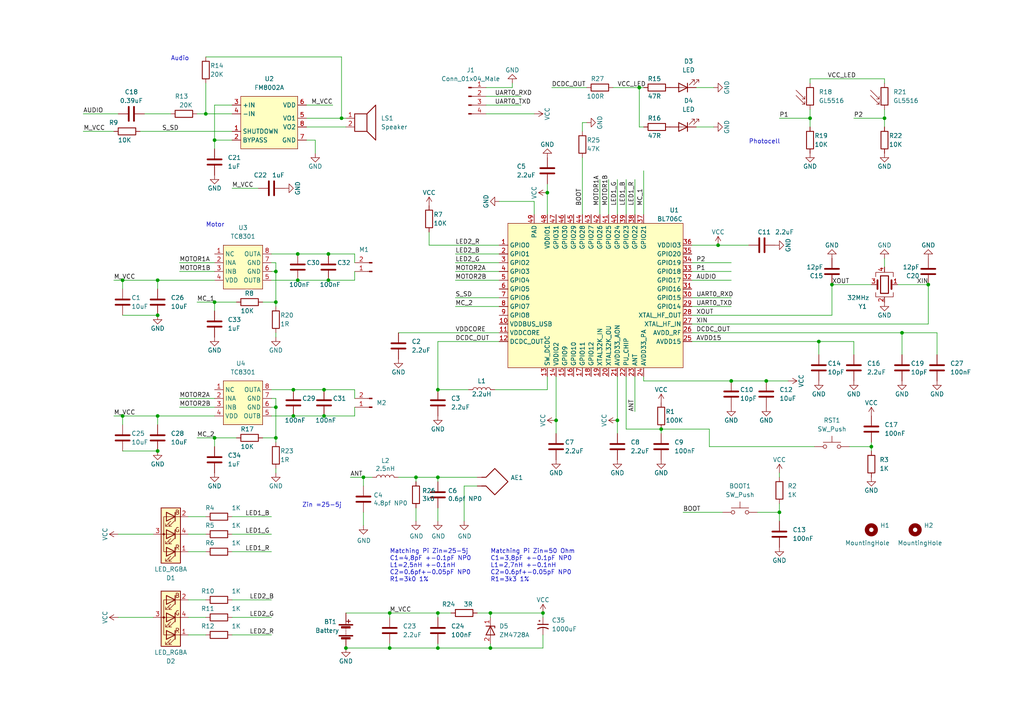
<source format=kicad_sch>
(kicad_sch (version 20211123) (generator eeschema)
  (paper "A4")
  (lib_symbols
    (symbol "BL702 Robot:8002B"
      (property "Reference" "U" (at 0 7.62 0))
      (property "Value" "8002B" (at 0 -11.43 0))
      (symbol "8002B_1_1"
        (pin passive line (at -10.16 -3.81 0) (length 2.54) (name "SHUTDOWN") (number "1"))
        (pin passive line (at -10.16 -6.35 0) (length 2.54) (name "BYPASS") (number "2"))
        (pin passive line (at -10.16 3.81 0) (length 2.54) (name "+IN") (number "3"))
        (pin passive line (at -10.16 1.27 0) (length 2.54) (name "-IN") (number "4"))
        (pin passive line (at 11.43 0 180) (length 2.54) (name "VO1") (number "5"))
        (pin passive line (at 11.43 3.81 180) (length 2.54) (name "VDD") (number "6"))
        (pin passive line (at 11.43 -6.35 180) (length 2.54) (name "GND") (number "7"))
        (pin passive line (at 11.43 -2.54 180) (length 2.54) (name "VO2") (number "8"))
      )
    )
    (symbol "BL706 Robot:TC8301"
      (property "Reference" "U" (at 0 6.35 0))
      (property "Value" "TC8301" (at 0 -8.89 0))
      (symbol "TC8301_1_1"
        (pin passive line (at -7.62 2.54 0) (length 2.54) (name "NC") (number "1"))
        (pin passive line (at -7.62 0 0) (length 2.54) (name "INA") (number "2"))
        (pin passive line (at -7.62 -2.54 0) (length 2.54) (name "INB") (number "3"))
        (pin passive line (at -7.62 -5.08 0) (length 2.54) (name "VDD") (number "4"))
        (pin passive line (at 8.89 -5.08 180) (length 2.54) (name "OUTB") (number "5"))
        (pin passive line (at 8.89 -2.54 180) (length 2.54) (name "GND") (number "6"))
        (pin passive line (at 8.89 0 180) (length 2.54) (name "GND") (number "7"))
        (pin passive line (at 8.89 2.54 180) (length 2.54) (name "OUTA") (number "8"))
      )
    )
    (symbol "BL706_Ethernet:BL706C"
      (property "Reference" "U1" (at 24.13 22.86 0))
      (property "Value" "BL706C" (at 22.86 20.32 0))
      (symbol "BL706C_1_1"
        (pin passive line (at -26.67 12.7 0) (length 2.54) (name "GPIO0") (number "1"))
        (pin passive line (at -26.67 -10.16 0) (length 2.54) (name "VDDBUS_USB") (number "10"))
        (pin passive line (at -26.67 -12.7 0) (length 2.54) (name "VDDCORE") (number "11"))
        (pin passive line (at -26.67 -15.24 0) (length 2.54) (name "DCDC_OUT") (number "12"))
        (pin passive line (at -12.7 -25.4 90) (length 2.54) (name "SW_DCDC") (number "13"))
        (pin passive line (at -10.16 -25.4 90) (length 2.54) (name "VDDIO2") (number "14"))
        (pin passive line (at -7.62 -25.4 90) (length 2.54) (name "GPIO9") (number "15"))
        (pin passive line (at -5.08 -25.4 90) (length 2.54) (name "GPIO10") (number "16"))
        (pin passive line (at -2.54 -25.4 90) (length 2.54) (name "GPIO11") (number "17"))
        (pin passive line (at 0 -25.4 90) (length 2.54) (name "GPIO12") (number "18"))
        (pin passive line (at 2.54 -25.4 90) (length 2.54) (name "XTAL32K_IN") (number "19"))
        (pin passive line (at -26.67 10.16 0) (length 2.54) (name "GPIO1") (number "2"))
        (pin passive line (at 5.08 -25.4 90) (length 2.54) (name "XTAL32K_OU") (number "20"))
        (pin passive line (at 7.62 -25.4 90) (length 2.54) (name "AVDD33_AON") (number "21"))
        (pin passive line (at 10.16 -25.4 90) (length 2.54) (name "PU_CHIP") (number "22"))
        (pin passive line (at 12.7 -25.4 90) (length 2.54) (name "ANT") (number "23"))
        (pin passive line (at 15.24 -25.4 90) (length 2.54) (name "AVDD33_PA") (number "24"))
        (pin passive line (at 29.21 -15.24 180) (length 2.54) (name "AVDD15") (number "25"))
        (pin passive line (at 29.21 -12.7 180) (length 2.54) (name "AVDD_RF") (number "26"))
        (pin passive line (at 29.21 -10.16 180) (length 2.54) (name "XTAL_HF_IN") (number "27"))
        (pin passive line (at 29.21 -7.62 180) (length 2.54) (name "XTAL_HF_OUT") (number "28"))
        (pin passive line (at 29.21 -5.08 180) (length 2.54) (name "GPIO14") (number "29"))
        (pin passive line (at -26.67 7.62 0) (length 2.54) (name "GPIO2") (number "3"))
        (pin passive line (at 29.21 -2.54 180) (length 2.54) (name "GPIO15") (number "30"))
        (pin passive line (at 29.21 0 180) (length 2.54) (name "GPIO16") (number "31"))
        (pin passive line (at 29.21 2.54 180) (length 2.54) (name "GPIO17") (number "32"))
        (pin passive line (at 29.21 5.08 180) (length 2.54) (name "GPIO18") (number "33"))
        (pin passive line (at 29.21 7.62 180) (length 2.54) (name "GPIO19") (number "34"))
        (pin passive line (at 29.21 10.16 180) (length 2.54) (name "GPIO20") (number "35"))
        (pin passive line (at 29.21 12.7 180) (length 2.54) (name "VDDIO3") (number "36"))
        (pin passive line (at 15.24 21.59 270) (length 2.54) (name "GPIO21") (number "37"))
        (pin passive line (at 12.7 21.59 270) (length 2.54) (name "GPIO22") (number "38"))
        (pin passive line (at 10.16 21.59 270) (length 2.54) (name "GPIO23") (number "39"))
        (pin passive line (at -26.67 5.08 0) (length 2.54) (name "GPIO3") (number "4"))
        (pin passive line (at 7.62 21.59 270) (length 2.54) (name "GPIO24") (number "40"))
        (pin passive line (at 5.08 21.59 270) (length 2.54) (name "GPIO25") (number "41"))
        (pin passive line (at 2.54 21.59 270) (length 2.54) (name "GPIO26") (number "42"))
        (pin passive line (at 0 21.59 270) (length 2.54) (name "GPIO27") (number "43"))
        (pin passive line (at -2.54 21.59 270) (length 2.54) (name "GPIO28") (number "44"))
        (pin passive line (at -5.08 21.59 270) (length 2.54) (name "GPIO29") (number "45"))
        (pin passive line (at -7.62 21.59 270) (length 2.54) (name "GPIO30") (number "46"))
        (pin passive line (at -10.16 21.59 270) (length 2.54) (name "GPIO31") (number "47"))
        (pin passive line (at -12.7 21.59 270) (length 2.54) (name "VDDIO1") (number "48"))
        (pin passive line (at -16.51 21.59 270) (length 2.54) (name "PAD") (number "49"))
        (pin passive line (at -26.67 2.54 0) (length 2.54) (name "GPIO4") (number "5"))
        (pin passive line (at -26.67 0 0) (length 2.54) (name "GPIO5") (number "6"))
        (pin passive line (at -26.67 -2.54 0) (length 2.54) (name "GPIO6") (number "7"))
        (pin passive line (at -26.67 -5.08 0) (length 2.54) (name "GPIO7") (number "8"))
        (pin passive line (at -26.67 -7.62 0) (length 2.54) (name "GPIO8") (number "9"))
      )
    )
    (symbol "Connector:Conn_01x02_Male" (pin_names (offset 1.016) hide)
      (property "Reference" "J" (at 0 2.54 0))
      (property "Value" "Conn_01x02_Male" (at 0 -5.08 0))
      (symbol "Conn_01x02_Male_1_1"
        (pin passive line (at 5.08 0 180) (length 3.81) (name "Pin_1") (number "1"))
        (pin passive line (at 5.08 -2.54 180) (length 3.81) (name "Pin_2") (number "2"))
      )
    )
    (symbol "Connector:Conn_01x04_Male" (pin_names (offset 1.016) hide)
      (property "Reference" "J" (at 0 5.08 0))
      (property "Value" "Conn_01x04_Male" (at 0 -7.62 0))
      (symbol "Conn_01x04_Male_1_1"
        (pin passive line (at 5.08 2.54 180) (length 3.81) (name "Pin_1") (number "1"))
        (pin passive line (at 5.08 0 180) (length 3.81) (name "Pin_2") (number "2"))
        (pin passive line (at 5.08 -2.54 180) (length 3.81) (name "Pin_3") (number "3"))
        (pin passive line (at 5.08 -5.08 180) (length 3.81) (name "Pin_4") (number "4"))
      )
    )
    (symbol "Device:Antenna_Loop" (pin_numbers hide) (pin_names (offset 1.016) hide)
      (property "Reference" "AE" (at 1.27 6.35 0))
      (property "Value" "Antenna_Loop" (at 1.27 5.08 0))
      (symbol "Antenna_Loop_1_1"
        (pin input line (at 0 -5.08 90) (length 2.54) (name "~") (number "1"))
        (pin input line (at 2.54 -5.08 90) (length 2.54) (name "~") (number "2"))
      )
    )
    (symbol "Device:Battery" (pin_numbers hide) (pin_names (offset 0) hide)
      (property "Reference" "BT" (at 2.54 2.54 0))
      (property "Value" "Battery" (at 2.54 0 0))
      (symbol "Battery_1_1"
        (pin passive line (at 0 5.08 270) (length 2.54) (name "+") (number "1"))
        (pin passive line (at 0 -5.08 90) (length 2.54) (name "-") (number "2"))
      )
    )
    (symbol "Device:C" (pin_numbers hide) (pin_names (offset 0.254))
      (property "Reference" "C" (at 0.635 2.54 0))
      (property "Value" "C" (at 0.635 -2.54 0))
      (symbol "C_1_1"
        (pin passive line (at 0 3.81 270) (length 2.794) (name "~") (number "1"))
        (pin passive line (at 0 -3.81 90) (length 2.794) (name "~") (number "2"))
      )
    )
    (symbol "Device:C_Polarized_Small_US" (pin_numbers hide) (pin_names (offset 0.254) hide)
      (property "Reference" "C" (at 0.254 1.778 0))
      (property "Value" "C_Polarized_Small_US" (at 0.254 -2.032 0))
      (symbol "C_Polarized_Small_US_1_1"
        (pin passive line (at 0 2.54 270) (length 2.032) (name "~") (number "1"))
        (pin passive line (at 0 -2.54 90) (length 2.032) (name "~") (number "2"))
      )
    )
    (symbol "Device:Crystal_GND24" (pin_names (offset 1.016) hide)
      (property "Reference" "Y" (at 3.175 5.08 0))
      (property "Value" "Crystal_GND24" (at 3.175 3.175 0))
      (symbol "Crystal_GND24_1_1"
        (pin passive line (at -3.81 0 0) (length 1.27) (name "1") (number "1"))
        (pin passive line (at 0 5.08 270) (length 1.27) (name "2") (number "2"))
        (pin passive line (at 3.81 0 180) (length 1.27) (name "3") (number "3"))
        (pin passive line (at 0 -5.08 90) (length 1.27) (name "4") (number "4"))
      )
    )
    (symbol "Device:D_Zener" (pin_names (offset 1.016) hide)
      (property "Reference" "D" (at 0 2.54 0))
      (property "Value" "D_Zener" (at 0 -2.54 0))
      (symbol "D_Zener_1_1"
        (pin passive line (at -3.81 0 0) (length 2.54) (name "K") (number "1"))
        (pin passive line (at 3.81 0 180) (length 2.54) (name "A") (number "2"))
      )
    )
    (symbol "Device:L" (pin_numbers hide) (pin_names (offset 1.016) hide)
      (property "Reference" "L" (at -1.27 0 90))
      (property "Value" "L" (at 1.905 0 90))
      (symbol "L_1_1"
        (pin passive line (at 0 3.81 270) (length 1.27) (name "1") (number "1"))
        (pin passive line (at 0 -3.81 90) (length 1.27) (name "2") (number "2"))
      )
    )
    (symbol "Device:LED" (pin_numbers hide) (pin_names (offset 1.016) hide)
      (property "Reference" "D" (at 0 2.54 0))
      (property "Value" "LED" (at 0 -2.54 0))
      (symbol "LED_1_1"
        (pin passive line (at -3.81 0 0) (length 2.54) (name "K") (number "1"))
        (pin passive line (at 3.81 0 180) (length 2.54) (name "A") (number "2"))
      )
    )
    (symbol "Device:LED_RGBA" (pin_names (offset 0) hide)
      (property "Reference" "D1" (at 0 12.7 0))
      (property "Value" "LED_RGBA" (at 0 10.16 0))
      (symbol "LED_RGBA_0_0"
        (text "B" (at -1.905 -6.35 0) (effects (font (size 1.27 1.27))))
        (text "G" (at -1.905 -1.27 0) (effects (font (size 1.27 1.27))))
        (text "R" (at -1.905 3.81 0) (effects (font (size 1.27 1.27))))
      )
      (symbol "LED_RGBA_1_1"
        (pin passive line (at -5.08 5.08 0) (length 2.54) (name "RK") (number "1"))
        (pin passive line (at -5.08 -5.08 0) (length 2.54) (name "BK") (number "2"))
        (pin passive line (at 5.08 0 180) (length 2.54) (name "A") (number "3"))
        (pin passive line (at -5.08 0 0) (length 2.54) (name "GK") (number "4"))
      )
    )
    (symbol "Device:R" (pin_numbers hide) (pin_names (offset 0))
      (property "Reference" "R" (at 2.032 0 90))
      (property "Value" "R" (at 0 0 90))
      (symbol "R_1_1"
        (pin passive line (at 0 3.81 270) (length 1.27) (name "~") (number "1"))
        (pin passive line (at 0 -3.81 90) (length 1.27) (name "~") (number "2"))
      )
    )
    (symbol "Device:Speaker" (pin_names (offset 0) hide)
      (property "Reference" "LS" (at 1.27 5.715 0))
      (property "Value" "Speaker" (at 1.27 3.81 0))
      (symbol "Speaker_1_1"
        (pin input line (at -5.08 0 0) (length 2.54) (name "1") (number "1"))
        (pin input line (at -5.08 -2.54 0) (length 2.54) (name "2") (number "2"))
      )
    )
    (symbol "Mechanical:MountingHole" (pin_names (offset 1.016))
      (property "Reference" "H" (at 0 5.08 0))
      (property "Value" "MountingHole" (at 0 3.175 0))
    )
    (symbol "Sensor_Optical:A9050" (pin_numbers hide) (pin_names (offset 0))
      (property "Reference" "R" (at -5.08 0 90))
      (property "Value" "A9050" (at 1.905 0 90))
      (symbol "A9050_1_1"
        (pin passive line (at 0 3.81 270) (length 1.27) (name "~") (number "1"))
        (pin passive line (at 0 -3.81 90) (length 1.27) (name "~") (number "2"))
      )
    )
    (symbol "Switch:SW_Push" (pin_numbers hide) (pin_names (offset 1.016) hide)
      (property "Reference" "SW" (at 1.27 2.54 0))
      (property "Value" "SW_Push" (at 0 -1.524 0))
      (symbol "SW_Push_0_1"
        (pin passive line (at -5.08 0 0) (length 2.54) (name "1") (number "1"))
        (pin passive line (at 5.08 0 180) (length 2.54) (name "2") (number "2"))
      )
    )
    (symbol "power:GND" (power) (pin_names (offset 0))
      (property "Value" "GND" (at 0 -3.81 0))
      (symbol "GND_1_1"
        (pin power_in line (at 0 0 270) (length 0) hide (name "GND") (number "1"))
      )
    )
    (symbol "power:VCC" (power) (pin_names (offset 0))
      (property "Value" "VCC" (at 0 3.81 0))
      (symbol "VCC_1_1"
        (pin power_in line (at 0 0 90) (length 0) hide (name "VCC") (number "1"))
      )
    )
  )
  (junction (at 85.09 120.65))
  (junction (at 95.25 73.66))
  (junction (at 127 113.03))
  (junction (at 234.95 34.29))
  (junction (at 45.72 120.65))
  (junction (at 80.01 127))
  (junction (at 191.77 124.46))
  (junction (at 99.06 34.29))
  (junction (at 45.72 130.81))
  (junction (at 113.03 187.96))
  (junction (at 62.23 40.64))
  (junction (at 80.01 118.11))
  (junction (at 252.73 129.54))
  (junction (at 86.36 81.28))
  (junction (at 62.23 87.63))
  (junction (at 127 187.96))
  (junction (at 269.24 82.55))
  (junction (at 127 177.8))
  (junction (at 157.48 177.8))
  (junction (at 100.33 187.96))
  (junction (at 80.01 87.63))
  (junction (at 93.98 113.03))
  (junction (at 226.06 148.59))
  (junction (at 86.36 73.66))
  (junction (at 212.09 110.49))
  (junction (at 142.24 177.8))
  (junction (at 261.62 96.52))
  (junction (at 113.03 177.8))
  (junction (at 62.23 127))
  (junction (at 95.25 81.28))
  (junction (at 85.09 113.03))
  (junction (at 158.75 55.88))
  (junction (at 35.56 120.65))
  (junction (at 93.98 120.65))
  (junction (at 80.01 78.74))
  (junction (at 208.28 71.12))
  (junction (at 179.07 121.92))
  (junction (at 45.72 91.44))
  (junction (at 237.49 99.06))
  (junction (at 45.72 81.28))
  (junction (at 222.25 110.49))
  (junction (at 35.56 81.28))
  (junction (at 241.3 82.55))
  (junction (at 120.65 138.43))
  (junction (at 161.29 121.92))
  (junction (at 105.41 138.43))
  (junction (at 59.69 33.02))
  (junction (at 127 138.43))
  (junction (at 256.54 34.29))
  (junction (at 142.24 187.96))
  (junction (at 185.42 25.4))
  (wire (pts (xy 157.48 184.15) (xy 157.48 187.96)))
  (wire (pts (xy 181.61 109.22) (xy 181.61 124.46)))
  (wire (pts (xy 78.74 120.65) (xy 85.09 120.65)))
  (wire (pts (xy 62.23 87.63) (xy 68.58 87.63)))
  (wire (pts (xy 234.95 34.29) (xy 234.95 31.75)))
  (wire (pts (xy 138.43 140.97) (xy 134.62 140.97)))
  (wire (pts (xy 247.65 99.06) (xy 247.65 102.87)))
  (wire (pts (xy 132.08 76.2) (xy 144.78 76.2)))
  (wire (pts (xy 184.15 52.07) (xy 184.15 62.23)))
  (wire (pts (xy 33.02 81.28) (xy 35.56 81.28)))
  (wire (pts (xy 57.15 33.02) (xy 59.69 33.02)))
  (wire (pts (xy 80.01 76.2) (xy 80.01 78.74)))
  (wire (pts (xy 59.69 33.02) (xy 67.31 33.02)))
  (wire (pts (xy 115.57 96.52) (xy 144.78 96.52)))
  (wire (pts (xy 100.33 187.96) (xy 113.03 187.96)))
  (wire (pts (xy 142.24 177.8) (xy 142.24 179.07)))
  (wire (pts (xy 59.69 179.07) (xy 54.61 179.07)))
  (wire (pts (xy 198.12 148.59) (xy 209.55 148.59)))
  (wire (pts (xy 52.07 76.2) (xy 62.23 76.2)))
  (wire (pts (xy 226.06 148.59) (xy 226.06 151.13)))
  (wire (pts (xy 158.75 55.88) (xy 158.75 62.23)))
  (wire (pts (xy 200.66 91.44) (xy 241.3 91.44)))
  (wire (pts (xy 252.73 128.27) (xy 252.73 129.54)))
  (wire (pts (xy 256.54 22.86) (xy 234.95 22.86)))
  (wire (pts (xy 80.01 78.74) (xy 78.74 78.74)))
  (wire (pts (xy 154.94 62.23) (xy 154.94 58.42)))
  (wire (pts (xy 59.69 24.13) (xy 59.69 33.02)))
  (wire (pts (xy 200.66 78.74) (xy 212.09 78.74)))
  (wire (pts (xy 127 138.43) (xy 127 139.7)))
  (wire (pts (xy 88.9 34.29) (xy 99.06 34.29)))
  (wire (pts (xy 35.56 130.81) (xy 45.72 130.81)))
  (wire (pts (xy 67.31 179.07) (xy 78.74 179.07)))
  (wire (pts (xy 67.31 149.86) (xy 78.74 149.86)))
  (wire (pts (xy 200.66 86.36) (xy 212.09 86.36)))
  (wire (pts (xy 127 99.06) (xy 144.78 99.06)))
  (wire (pts (xy 168.91 35.56) (xy 168.91 38.1)))
  (wire (pts (xy 256.54 74.93) (xy 256.54 77.47)))
  (wire (pts (xy 105.41 140.97) (xy 105.41 138.43)))
  (wire (pts (xy 105.41 138.43) (xy 107.95 138.43)))
  (wire (pts (xy 186.69 62.23) (xy 186.69 49.53)))
  (wire (pts (xy 86.36 81.28) (xy 95.25 81.28)))
  (wire (pts (xy 261.62 96.52) (xy 261.62 102.87)))
  (wire (pts (xy 127 177.8) (xy 127 179.07)))
  (wire (pts (xy 161.29 109.22) (xy 161.29 121.92)))
  (wire (pts (xy 132.08 88.9) (xy 144.78 88.9)))
  (wire (pts (xy 88.9 30.48) (xy 96.52 30.48)))
  (wire (pts (xy 179.07 52.07) (xy 179.07 62.23)))
  (wire (pts (xy 113.03 186.69) (xy 113.03 187.96)))
  (wire (pts (xy 177.8 25.4) (xy 185.42 25.4)))
  (wire (pts (xy 140.97 25.4) (xy 148.59 25.4)))
  (wire (pts (xy 24.13 33.02) (xy 34.29 33.02)))
  (wire (pts (xy 62.23 127) (xy 68.58 127)))
  (wire (pts (xy 102.87 115.57) (xy 102.87 113.03)))
  (wire (pts (xy 100.33 177.8) (xy 113.03 177.8)))
  (wire (pts (xy 59.69 173.99) (xy 54.61 173.99)))
  (wire (pts (xy 269.24 93.98) (xy 269.24 82.55)))
  (wire (pts (xy 179.07 109.22) (xy 179.07 121.92)))
  (wire (pts (xy 154.94 58.42) (xy 144.78 58.42)))
  (wire (pts (xy 52.07 115.57) (xy 62.23 115.57)))
  (wire (pts (xy 247.65 34.29) (xy 256.54 34.29)))
  (wire (pts (xy 85.09 120.65) (xy 93.98 120.65)))
  (wire (pts (xy 191.77 124.46) (xy 191.77 125.73)))
  (wire (pts (xy 78.74 76.2) (xy 80.01 76.2)))
  (wire (pts (xy 113.03 187.96) (xy 127 187.96)))
  (wire (pts (xy 140.97 27.94) (xy 151.13 27.94)))
  (wire (pts (xy 200.66 96.52) (xy 261.62 96.52)))
  (wire (pts (xy 35.56 91.44) (xy 45.72 91.44)))
  (wire (pts (xy 102.87 118.11) (xy 102.87 120.65)))
  (wire (pts (xy 208.28 71.12) (xy 217.17 71.12)))
  (wire (pts (xy 140.97 30.48) (xy 151.13 30.48)))
  (wire (pts (xy 34.29 179.07) (xy 44.45 179.07)))
  (wire (pts (xy 124.46 71.12) (xy 144.78 71.12)))
  (wire (pts (xy 181.61 124.46) (xy 191.77 124.46)))
  (wire (pts (xy 200.66 88.9) (xy 212.09 88.9)))
  (wire (pts (xy 80.01 135.89) (xy 80.01 137.16)))
  (wire (pts (xy 200.66 99.06) (xy 237.49 99.06)))
  (wire (pts (xy 252.73 129.54) (xy 252.73 130.81)))
  (wire (pts (xy 185.42 36.83) (xy 185.42 25.4)))
  (wire (pts (xy 148.59 25.4) (xy 148.59 24.13)))
  (wire (pts (xy 86.36 73.66) (xy 95.25 73.66)))
  (wire (pts (xy 76.2 127) (xy 80.01 127)))
  (wire (pts (xy 157.48 187.96) (xy 142.24 187.96)))
  (wire (pts (xy 124.46 67.31) (xy 124.46 71.12)))
  (wire (pts (xy 113.03 177.8) (xy 127 177.8)))
  (wire (pts (xy 45.72 120.65) (xy 45.72 123.19)))
  (wire (pts (xy 269.24 82.55) (xy 260.35 82.55)))
  (wire (pts (xy 158.75 113.03) (xy 143.51 113.03)))
  (wire (pts (xy 168.91 45.72) (xy 168.91 62.23)))
  (wire (pts (xy 237.49 99.06) (xy 247.65 99.06)))
  (wire (pts (xy 127 113.03) (xy 135.89 113.03)))
  (wire (pts (xy 127 177.8) (xy 130.81 177.8)))
  (wire (pts (xy 67.31 54.61) (xy 74.93 54.61)))
  (wire (pts (xy 226.06 34.29) (xy 234.95 34.29)))
  (wire (pts (xy 186.69 36.83) (xy 185.42 36.83)))
  (wire (pts (xy 24.13 38.1) (xy 33.02 38.1)))
  (wire (pts (xy 80.01 88.9) (xy 80.01 87.63)))
  (wire (pts (xy 88.9 40.64) (xy 91.44 40.64)))
  (wire (pts (xy 176.53 52.07) (xy 176.53 62.23)))
  (wire (pts (xy 78.74 81.28) (xy 86.36 81.28)))
  (wire (pts (xy 105.41 138.43) (xy 101.6 138.43)))
  (wire (pts (xy 271.78 96.52) (xy 271.78 102.87)))
  (wire (pts (xy 113.03 177.8) (xy 113.03 179.07)))
  (wire (pts (xy 205.74 129.54) (xy 205.74 124.46)))
  (wire (pts (xy 57.15 87.63) (xy 62.23 87.63)))
  (wire (pts (xy 45.72 81.28) (xy 45.72 83.82)))
  (wire (pts (xy 200.66 93.98) (xy 269.24 93.98)))
  (wire (pts (xy 52.07 78.74) (xy 62.23 78.74)))
  (wire (pts (xy 80.01 128.27) (xy 80.01 127)))
  (wire (pts (xy 185.42 25.4) (xy 186.69 25.4)))
  (wire (pts (xy 157.48 177.8) (xy 142.24 177.8)))
  (wire (pts (xy 59.69 149.86) (xy 54.61 149.86)))
  (wire (pts (xy 132.08 86.36) (xy 144.78 86.36)))
  (wire (pts (xy 59.69 160.02) (xy 54.61 160.02)))
  (wire (pts (xy 132.08 78.74) (xy 144.78 78.74)))
  (wire (pts (xy 127 138.43) (xy 138.43 138.43)))
  (wire (pts (xy 237.49 99.06) (xy 237.49 102.87)))
  (wire (pts (xy 67.31 160.02) (xy 78.74 160.02)))
  (wire (pts (xy 80.01 96.52) (xy 80.01 97.79)))
  (wire (pts (xy 80.01 118.11) (xy 78.74 118.11)))
  (wire (pts (xy 222.25 110.49) (xy 228.6 110.49)))
  (wire (pts (xy 67.31 173.99) (xy 78.74 173.99)))
  (wire (pts (xy 252.73 82.55) (xy 241.3 82.55)))
  (wire (pts (xy 142.24 186.69) (xy 142.24 187.96)))
  (wire (pts (xy 132.08 73.66) (xy 144.78 73.66)))
  (wire (pts (xy 158.75 109.22) (xy 158.75 113.03)))
  (wire (pts (xy 35.56 123.19) (xy 35.56 120.65)))
  (wire (pts (xy 99.06 34.29) (xy 100.33 34.29)))
  (wire (pts (xy 62.23 40.64) (xy 62.23 43.18)))
  (wire (pts (xy 134.62 140.97) (xy 134.62 151.13)))
  (wire (pts (xy 181.61 52.07) (xy 181.61 62.23)))
  (wire (pts (xy 142.24 187.96) (xy 127 187.96)))
  (wire (pts (xy 200.66 81.28) (xy 212.09 81.28)))
  (wire (pts (xy 186.69 110.49) (xy 186.69 109.22)))
  (wire (pts (xy 62.23 127) (xy 62.23 129.54)))
  (wire (pts (xy 173.99 52.07) (xy 173.99 62.23)))
  (wire (pts (xy 34.29 154.94) (xy 44.45 154.94)))
  (wire (pts (xy 102.87 81.28) (xy 102.87 78.74)))
  (wire (pts (xy 41.91 33.02) (xy 49.53 33.02)))
  (wire (pts (xy 59.69 184.15) (xy 54.61 184.15)))
  (wire (pts (xy 120.65 151.13) (xy 120.65 147.32)))
  (wire (pts (xy 234.95 36.83) (xy 234.95 34.29)))
  (wire (pts (xy 80.01 78.74) (xy 80.01 87.63)))
  (wire (pts (xy 33.02 120.65) (xy 35.56 120.65)))
  (wire (pts (xy 78.74 73.66) (xy 86.36 73.66)))
  (wire (pts (xy 102.87 73.66) (xy 102.87 76.2)))
  (wire (pts (xy 226.06 146.05) (xy 226.06 148.59)))
  (wire (pts (xy 256.54 36.83) (xy 256.54 34.29)))
  (wire (pts (xy 93.98 113.03) (xy 102.87 113.03)))
  (wire (pts (xy 40.64 38.1) (xy 67.31 38.1)))
  (wire (pts (xy 127 138.43) (xy 120.65 138.43)))
  (wire (pts (xy 184.15 109.22) (xy 184.15 119.38)))
  (wire (pts (xy 157.48 179.07) (xy 157.48 177.8)))
  (wire (pts (xy 91.44 40.64) (xy 91.44 44.45)))
  (wire (pts (xy 212.09 110.49) (xy 222.25 110.49)))
  (wire (pts (xy 99.06 16.51) (xy 59.69 16.51)))
  (wire (pts (xy 35.56 81.28) (xy 45.72 81.28)))
  (wire (pts (xy 127 99.06) (xy 127 113.03)))
  (wire (pts (xy 88.9 36.83) (xy 100.33 36.83)))
  (wire (pts (xy 132.08 81.28) (xy 144.78 81.28)))
  (wire (pts (xy 241.3 91.44) (xy 241.3 82.55)))
  (wire (pts (xy 95.25 81.28) (xy 102.87 81.28)))
  (wire (pts (xy 67.31 184.15) (xy 78.74 184.15)))
  (wire (pts (xy 127 187.96) (xy 127 186.69)))
  (wire (pts (xy 261.62 96.52) (xy 271.78 96.52)))
  (wire (pts (xy 186.69 110.49) (xy 212.09 110.49)))
  (wire (pts (xy 207.01 25.4) (xy 201.93 25.4)))
  (wire (pts (xy 120.65 138.43) (xy 120.65 139.7)))
  (wire (pts (xy 246.38 129.54) (xy 252.73 129.54)))
  (wire (pts (xy 207.01 36.83) (xy 201.93 36.83)))
  (wire (pts (xy 99.06 34.29) (xy 99.06 16.51)))
  (wire (pts (xy 170.18 35.56) (xy 168.91 35.56)))
  (wire (pts (xy 45.72 120.65) (xy 62.23 120.65)))
  (wire (pts (xy 127 151.13) (xy 127 147.32)))
  (wire (pts (xy 256.54 34.29) (xy 256.54 31.75)))
  (wire (pts (xy 160.02 25.4) (xy 170.18 25.4)))
  (wire (pts (xy 67.31 30.48) (xy 62.23 30.48)))
  (wire (pts (xy 219.71 148.59) (xy 226.06 148.59)))
  (wire (pts (xy 78.74 113.03) (xy 85.09 113.03)))
  (wire (pts (xy 93.98 120.65) (xy 102.87 120.65)))
  (wire (pts (xy 35.56 83.82) (xy 35.56 81.28)))
  (wire (pts (xy 52.07 118.11) (xy 62.23 118.11)))
  (wire (pts (xy 85.09 113.03) (xy 93.98 113.03)))
  (wire (pts (xy 67.31 154.94) (xy 78.74 154.94)))
  (wire (pts (xy 57.15 127) (xy 62.23 127)))
  (wire (pts (xy 158.75 53.34) (xy 158.75 55.88)))
  (wire (pts (xy 62.23 40.64) (xy 67.31 40.64)))
  (wire (pts (xy 76.2 87.63) (xy 80.01 87.63)))
  (wire (pts (xy 78.74 115.57) (xy 80.01 115.57)))
  (wire (pts (xy 256.54 24.13) (xy 256.54 22.86)))
  (wire (pts (xy 80.01 115.57) (xy 80.01 118.11)))
  (wire (pts (xy 35.56 120.65) (xy 45.72 120.65)))
  (wire (pts (xy 120.65 138.43) (xy 115.57 138.43)))
  (wire (pts (xy 161.29 121.92) (xy 161.29 125.73)))
  (wire (pts (xy 200.66 71.12) (xy 208.28 71.12)))
  (wire (pts (xy 205.74 124.46) (xy 191.77 124.46)))
  (wire (pts (xy 200.66 76.2) (xy 212.09 76.2)))
  (wire (pts (xy 80.01 118.11) (xy 80.01 127)))
  (wire (pts (xy 59.69 154.94) (xy 54.61 154.94)))
  (wire (pts (xy 138.43 177.8) (xy 142.24 177.8)))
  (wire (pts (xy 105.41 152.4) (xy 105.41 148.59)))
  (wire (pts (xy 62.23 87.63) (xy 62.23 90.17)))
  (wire (pts (xy 226.06 137.16) (xy 226.06 138.43)))
  (wire (pts (xy 154.94 33.02) (xy 140.97 33.02)))
  (wire (pts (xy 234.95 22.86) (xy 234.95 24.13)))
  (wire (pts (xy 205.74 129.54) (xy 236.22 129.54)))
  (wire (pts (xy 62.23 30.48) (xy 62.23 40.64)))
  (wire (pts (xy 45.72 81.28) (xy 62.23 81.28)))
  (wire (pts (xy 179.07 121.92) (xy 179.07 125.73)))
  (wire (pts (xy 95.25 73.66) (xy 102.87 73.66)))
  (text "Photocell" (at 217.17 41.91 0) (effects (font (size 1.27 1.27)) (justify left bottom)))
  (text "Zin =25-5j" (at 87.63 147.32 0) (effects (font (size 1.27 1.27)) (justify left bottom)))
  (text "Matching Pi Zin=25-5j\nC1=4,8pF +-0.1pF NP0\nL1=2,5nH +-0.1nH\nC2=0.6pf+-0.05pF NP0\nR1=3k0 1%" (at 113.03 168.91 0) (effects (font (size 1.27 1.27)) (justify left bottom)))
  (text "Audio" (at 49.53 17.78 0) (effects (font (size 1.27 1.27)) (justify left bottom)))
  (text "Motor" (at 59.69 66.04 0) (effects (font (size 1.27 1.27)) (justify left bottom)))
  (text "Matching Pi Zin=50 Ohm\nC1=3,8pF +-0.1pF NP0\nL1=2,7nH +-0.1nH\nC2=0.6pf+-0.05pF NP0\nR1=3k3 1%" (at 142.24 168.91 0) (effects (font (size 1.27 1.27)) (justify left bottom)))
  (label "ANT" (at 101.6 138.43 0))
  (label "MOTOR1B" (at 52.07 78.74 0))
  (label "MC_1" (at 57.15 87.63 0))
  (label "LED1_G" (at 179.07 59.69 90))
  (label "M_VCC" (at 96.52 30.48 180))
  (label "MOTOR2A" (at 52.07 115.57 0))
  (label "UART0_TXD" (at 201.93 88.9 0))
  (label "P1" (at 226.06 34.29 0))
  (label "LED2_B" (at 72.39 173.99 0))
  (label "MOTOR1B" (at 176.53 59.69 90))
  (label "LED2_G" (at 132.08 76.2 0))
  (label "UART0_RXD" (at 201.93 86.36 0))
  (label "M_VCC" (at 113.03 177.8 0))
  (label "MOTOR2A" (at 132.08 78.74 0))
  (label "P2" (at 201.93 76.2 0))
  (label "LED1_R" (at 184.15 59.69 90))
  (label "M_VCC" (at 33.02 120.65 0))
  (label "AUDIO" (at 24.13 33.02 0))
  (label "M_VCC" (at 33.02 81.28 0))
  (label "LED2_B" (at 132.08 73.66 0))
  (label "M_VCC" (at 67.31 54.61 0))
  (label "MC_2" (at 57.15 127 0))
  (label "AVDD15" (at 201.93 99.06 0))
  (label "P2" (at 247.65 34.29 0))
  (label "ANT" (at 184.15 119.38 90))
  (label "MC_1" (at 186.69 59.69 90))
  (label "XIN" (at 269.24 82.55 180))
  (label "UART0_TXD" (at 143.51 30.48 0))
  (label "VCC_LED" (at 240.03 22.86 0))
  (label "VCC_LED" (at 179.07 25.4 0))
  (label "MOTOR1A" (at 52.07 76.2 0))
  (label "MOTOR2B" (at 52.07 118.11 0))
  (label "DCDC_OUT" (at 132.08 99.06 0))
  (label "BOOT" (at 198.12 148.59 0))
  (label "MC_2" (at 132.08 88.9 0))
  (label "S_SD" (at 132.08 86.36 0))
  (label "LED2_R" (at 72.39 184.15 0))
  (label "LED1_B" (at 71.12 149.86 0))
  (label "MOTOR1A" (at 173.99 59.69 90))
  (label "UART0_RXD" (at 143.51 27.94 0))
  (label "LED1_R" (at 71.12 160.02 0))
  (label "M_VCC" (at 30.48 38.1 180))
  (label "S_SD" (at 46.99 38.1 0))
  (label "VDDCORE" (at 132.08 96.52 0))
  (label "P1" (at 201.93 78.74 0))
  (label "XIN" (at 201.93 93.98 0))
  (label "XOUT" (at 246.38 82.55 180))
  (label "MOTOR2B" (at 132.08 81.28 0))
  (label "LED1_B" (at 181.61 59.69 90))
  (label "LED2_R" (at 132.08 71.12 0))
  (label "DCDC_OUT" (at 201.93 96.52 0))
  (label "LED1_G" (at 71.12 154.94 0))
  (label "BOOT" (at 168.91 59.69 90))
  (label "DCDC_OUT" (at 160.02 25.4 0))
  (label "LED2_G" (at 72.39 179.07 0))
  (label "XOUT" (at 201.93 91.44 0))
  (label "AUDIO" (at 201.93 81.28 0))
  (symbol (lib_id "Device:C") (at 237.49 106.68 0) (unit 1)
    (property "Reference" "C14" (at 240.03 105.41 0) (effects (justify left)))
    (property "Value" "10pF" (at 240.03 107.95 0) (effects (justify left)))
    (property "Footprint" "Capacitor_SMD:C_0402_1005Metric" (effects hide))
    (property "LCSC PN" "C32949" (effects hide))
  )
  (symbol (lib_id "power:GND") (at 224.79 71.12 90) (unit 1)
    (property "Reference" "#PWR033" (effects hide))
    (property "Value" "GND" (at 228.6 71.12 0))
  )
  (symbol (lib_id "Sensor_Optical:A9050") (at 256.54 27.94 0) (unit 1)
    (property "Reference" "R21" (at 259.08 26.6699 0) (effects (justify left)))
    (property "Value" "GL5516" (at 259.08 29.2099 0) (effects (justify left)))
    (property "Footprint" "OptoDevice:R_LDR_5.0x4.1mm_P3mm_Vertical" (effects hide))
    (property "Datasheet" "http://cdn-reichelt.de/documents/datenblatt/A500/A90xxxx%23PE.pdf" (effects hide))
  )
  (symbol (lib_id "power:GND") (at 191.77 133.35 0) (unit 1)
    (property "Reference" "#PWR028" (effects hide))
    (property "Value" "GND" (at 191.77 137.16 0))
  )
  (symbol (lib_id "power:GND") (at 161.29 133.35 0) (unit 1)
    (property "Reference" "#PWR020" (effects hide))
    (property "Value" "GND" (at 161.29 137.16 0))
  )
  (symbol (lib_id "Device:R") (at 63.5 184.15 90) (unit 1)
    (property "Reference" "R12" (at 62.23 181.61 90) (effects (justify left)))
    (property "Value" "1K" (at 69.85 181.61 90) (effects (justify left)))
    (property "Footprint" "Resistor_SMD:R_0402_1005Metric" (effects hide))
    (property "LCSC PN" "C11702" (effects hide))
  )
  (symbol (lib_id "BL702 Robot:8002B") (at 77.47 34.29 0) (unit 1)
    (property "Reference" "U2" (at 78.105 22.86 0))
    (property "Value" "FM8002A" (at 78.105 25.4 0))
    (property "Footprint" "Package_SO:SOP-8_3.9x4.9mm_P1.27mm" (effects hide))
    (property "LCSC" "C94625" (effects hide))
  )
  (symbol (lib_id "Device:C") (at 220.98 71.12 270) (unit 1)
    (property "Reference" "C11" (at 219.71 67.31 90) (effects (justify left)))
    (property "Value" "2.2uF" (at 224.79 67.31 90) (effects (justify left)))
    (property "Footprint" "Capacitor_SMD:C_0402_1005Metric" (effects hide))
    (property "LCSC PN" "C12530" (effects hide))
  )
  (symbol (lib_id "power:GND") (at 207.01 36.83 90) (unit 1)
    (property "Reference" "#PWR040" (effects hide))
    (property "Value" "GND" (at 210.82 36.83 0))
  )
  (symbol (lib_id "Device:R") (at 36.83 38.1 90) (unit 1)
    (property "Reference" "R9" (at 34.29 35.56 90) (effects (justify left)))
    (property "Value" "10K" (at 38.1 40.64 90) (effects (justify left)))
    (property "Footprint" "Resistor_SMD:R_0402_1005Metric" (effects hide))
    (property "LCSC PN" "C25744" (effects hide))
  )
  (symbol (lib_id "Device:R") (at 63.5 154.94 90) (unit 1)
    (property "Reference" "R5" (at 62.23 152.4 90) (effects (justify left)))
    (property "Value" "1K" (at 69.85 152.4 90) (effects (justify left)))
    (property "Footprint" "Resistor_SMD:R_0402_1005Metric" (effects hide))
    (property "LCSC PN" "C11702" (effects hide))
  )
  (symbol (lib_id "Device:R") (at 234.95 40.64 0) (unit 1)
    (property "Reference" "R19" (at 236.22 39.37 0) (effects (justify left)))
    (property "Value" "10K" (at 236.22 41.91 0) (effects (justify left)))
    (property "Footprint" "Resistor_SMD:R_0402_1005Metric" (effects hide))
    (property "LCSC PN" "C25744" (effects hide))
  )
  (symbol (lib_id "Device:R") (at 134.62 177.8 90) (unit 1)
    (property "Reference" "R24" (at 132.08 175.26 90) (effects (justify left)))
    (property "Value" "3R" (at 137.16 175.26 90) (effects (justify left)))
    (property "Footprint" "Resistor_SMD:R_1206_3216Metric" (effects hide))
  )
  (symbol (lib_id "Device:C") (at 105.41 144.78 0) (unit 1)
    (property "Reference" "C4" (at 108.331 143.6116 0) (effects (justify left)))
    (property "Value" "4.8pf NP0" (at 108.331 145.923 0) (effects (justify left)))
    (property "Footprint" "Capacitor_SMD:C_0402_1005Metric" (effects hide))
  )
  (symbol (lib_id "power:GND") (at 115.57 104.14 0) (unit 1)
    (property "Reference" "#PWR07" (effects hide))
    (property "Value" "GND" (at 115.57 107.95 0))
  )
  (symbol (lib_id "Device:C") (at 35.56 127 0) (unit 1)
    (property "Reference" "C25" (at 38.1 125.73 0) (effects (justify left)))
    (property "Value" "10uF" (at 38.1 128.27 0) (effects (justify left)))
    (property "Footprint" "Capacitor_SMD:C_0603_1608Metric" (effects hide))
    (property "LCSC PN" "C96446" (effects hide))
  )
  (symbol (lib_id "power:GND") (at 234.95 44.45 0) (unit 1)
    (property "Reference" "#PWR051" (effects hide))
    (property "Value" "GND" (at 234.95 48.26 0))
  )
  (symbol (lib_id "Device:C") (at 95.25 77.47 0) (unit 1)
    (property "Reference" "C32" (at 97.79 76.2 0) (effects (justify left)))
    (property "Value" "100nF" (at 92.71 82.55 0) (effects (justify left)))
    (property "Footprint" "Capacitor_SMD:C_0402_1005Metric" (effects hide))
    (property "LCSC PN" "C307331" (effects hide))
  )
  (symbol (lib_id "power:VCC") (at 34.29 179.07 90) (unit 1)
    (property "Reference" "#PWR03" (effects hide))
    (property "Value" "VCC" (at 30.48 179.07 0))
  )
  (symbol (lib_id "Device:R") (at 190.5 25.4 90) (unit 1)
    (property "Reference" "R15" (at 191.77 22.86 90) (effects (justify left)))
    (property "Value" "47R" (at 191.77 27.94 90) (effects (justify left)))
    (property "Footprint" "Resistor_SMD:R_0402_1005Metric" (effects hide))
  )
  (symbol (lib_id "Device:R") (at 226.06 142.24 180) (unit 1)
    (property "Reference" "R2" (at 231.14 140.97 0) (effects (justify left)))
    (property "Value" "1K" (at 231.14 143.51 0) (effects (justify left)))
    (property "Footprint" "Resistor_SMD:R_0402_1005Metric" (effects hide))
    (property "LCSC PN" "C11702" (effects hide))
  )
  (symbol (lib_id "Device:C") (at 179.07 129.54 0) (unit 1)
    (property "Reference" "C8" (at 182.88 128.2699 0) (effects (justify left)))
    (property "Value" "2.2uF" (at 182.88 130.8099 0) (effects (justify left)))
    (property "Footprint" "Capacitor_SMD:C_0402_1005Metric" (effects hide))
    (property "LCSC PN" "C12530" (effects hide))
  )
  (symbol (lib_id "power:GND") (at 261.62 110.49 0) (unit 1)
    (property "Reference" "#PWR049" (effects hide))
    (property "Value" "GND" (at 261.62 114.3 0))
  )
  (symbol (lib_id "Device:C") (at 86.36 77.47 0) (unit 1)
    (property "Reference" "C30" (at 88.9 76.2 0) (effects (justify left)))
    (property "Value" "100nF" (at 83.82 82.55 0) (effects (justify left)))
    (property "Footprint" "Capacitor_SMD:C_0402_1005Metric" (effects hide))
    (property "LCSC PN" "C307331" (effects hide))
  )
  (symbol (lib_id "power:VCC") (at 179.07 121.92 90) (unit 1)
    (property "Reference" "#PWR0103" (effects hide))
    (property "Value" "VCC" (at 175.26 121.92 0))
  )
  (symbol (lib_id "Device:R") (at 124.46 63.5 0) (unit 1)
    (property "Reference" "R7" (at 125.73 62.23 0) (effects (justify left)))
    (property "Value" "10K" (at 125.73 64.77 0) (effects (justify left)))
    (property "Footprint" "Resistor_SMD:R_0402_1005Metric" (effects hide))
    (property "LCSC PN" "C25744" (effects hide))
  )
  (symbol (lib_id "power:GND") (at 144.78 58.42 270) (unit 1)
    (property "Reference" "#PWR010" (effects hide))
    (property "Value" "GND" (at 140.97 58.42 0))
  )
  (symbol (lib_id "Device:C") (at 38.1 33.02 90) (unit 1)
    (property "Reference" "C18" (at 38.1 26.67 90))
    (property "Value" "0.39uF" (at 38.1 29.21 90))
    (property "Footprint" "Capacitor_SMD:C_0603_1608Metric" (effects hide))
  )
  (symbol (lib_id "Device:R") (at 191.77 120.65 0) (unit 1)
    (property "Reference" "R1" (at 193.04 119.38 0) (effects (justify left)))
    (property "Value" "100K" (at 193.04 121.92 0) (effects (justify left)))
    (property "Footprint" "Resistor_SMD:R_0402_1005Metric" (effects hide))
    (property "LCSC PN" "C25744" (effects hide))
  )
  (symbol (lib_id "power:GND") (at 105.41 152.4 0) (unit 1)
    (property "Reference" "#PWR09" (effects hide))
    (property "Value" "GND" (at 105.537 156.7942 0))
  )
  (symbol (lib_id "power:VCC") (at 191.77 116.84 0) (unit 1)
    (property "Reference" "#PWR0101" (effects hide))
    (property "Value" "VCC" (at 191.77 113.03 0))
  )
  (symbol (lib_id "power:GND") (at 62.23 137.16 0) (unit 1)
    (property "Reference" "#PWR034" (effects hide))
    (property "Value" "GND" (at 62.23 140.97 0))
  )
  (symbol (lib_id "Device:C") (at 62.23 133.35 0) (unit 1)
    (property "Reference" "C34" (at 66.04 132.0799 0) (effects (justify left)))
    (property "Value" "1uF" (at 66.04 134.6199 0) (effects (justify left)))
    (property "Footprint" "Capacitor_SMD:C_0402_1005Metric" (effects hide))
    (property "LCSC PN" "C52923" (effects hide))
  )
  (symbol (lib_id "power:GND") (at 241.3 74.93 180) (unit 1)
    (property "Reference" "#PWR041" (effects hide))
    (property "Value" "GND" (at 241.3 71.12 0))
  )
  (symbol (lib_id "Device:R") (at 190.5 36.83 90) (unit 1)
    (property "Reference" "R16" (at 191.77 34.29 90) (effects (justify left)))
    (property "Value" "47R" (at 191.77 39.37 90) (effects (justify left)))
    (property "Footprint" "Resistor_SMD:R_0402_1005Metric" (effects hide))
  )
  (symbol (lib_id "power:GND") (at 212.09 118.11 0) (unit 1)
    (property "Reference" "#PWR031" (effects hide))
    (property "Value" "GND" (at 212.09 121.92 0))
  )
  (symbol (lib_id "power:GND") (at 256.54 74.93 180) (unit 1)
    (property "Reference" "#PWR045" (effects hide))
    (property "Value" "GND" (at 256.54 71.12 0))
  )
  (symbol (lib_id "power:GND") (at 252.73 138.43 0) (unit 1)
    (property "Reference" "#PWR044" (effects hide))
    (property "Value" "GND" (at 252.73 142.24 0))
  )
  (symbol (lib_id "Mechanical:MountingHole") (at 265.43 153.67 0) (unit 1)
    (property "Reference" "H2" (at 267.97 152.3999 0) (effects (justify left)))
    (property "Value" "MountingHole" (at 260.35 157.48 0) (effects (justify left)))
    (property "Footprint" "MountingHole:MountingHole_3mm" (effects hide))
  )
  (symbol (lib_id "power:GND") (at 247.65 110.49 0) (unit 1)
    (property "Reference" "#PWR042" (effects hide))
    (property "Value" "GND" (at 247.65 114.3 0))
  )
  (symbol (lib_id "Connector:Conn_01x02_Male") (at 107.95 118.11 180) (unit 1)
    (property "Reference" "M2" (at 109.22 116.8399 0) (effects (justify right)))
    (property "Value" "Conn_01x02_Male" (effects hide))
    (property "Footprint" "Connector_JST:JST_XH_B2B-XH-A_1x02_P2.50mm_Vertical" (effects hide))
    (property "LCSC" "C158012" (effects hide))
  )
  (symbol (lib_id "BL706 Robot:TC8301") (at 69.85 76.2 0) (unit 1)
    (property "Reference" "U3" (at 70.485 66.04 0))
    (property "Value" "TC8301" (at 70.485 68.58 0))
    (property "Footprint" "Package_SO:SOP-8_3.9x4.9mm_P1.27mm" (effects hide))
  )
  (symbol (lib_id "Device:R") (at 63.5 160.02 90) (unit 1)
    (property "Reference" "R6" (at 62.23 157.48 90) (effects (justify left)))
    (property "Value" "1K" (at 69.85 157.48 90) (effects (justify left)))
    (property "Footprint" "Resistor_SMD:R_0402_1005Metric" (effects hide))
    (property "LCSC PN" "C11702" (effects hide))
  )
  (symbol (lib_id "Device:C") (at 45.72 87.63 0) (unit 1)
    (property "Reference" "C26" (at 49.53 86.3599 0) (effects (justify left)))
    (property "Value" "10uF" (at 49.53 88.8999 0) (effects (justify left)))
    (property "Footprint" "Capacitor_SMD:C_0603_1608Metric" (effects hide))
    (property "LCSC PN" "C96446" (effects hide))
  )
  (symbol (lib_id "Device:C") (at 115.57 100.33 0) (unit 1)
    (property "Reference" "C2" (at 119.38 99.0599 0) (effects (justify left)))
    (property "Value" "2.2uF" (at 119.38 101.5999 0) (effects (justify left)))
    (property "Footprint" "Capacitor_SMD:C_0402_1005Metric" (effects hide))
    (property "LCSC PN" "C12530" (effects hide))
  )
  (symbol (lib_id "Device:LED") (at 198.12 25.4 180) (unit 1)
    (property "Reference" "D3" (at 199.7075 17.78 0))
    (property "Value" "LED" (at 199.7075 20.32 0))
    (property "Footprint" "LED_THT:LED_D3.0mm_Horizontal_O1.27mm_Z2.0mm" (effects hide))
  )
  (symbol (lib_id "power:GND") (at 127 120.65 0) (unit 1)
    (property "Reference" "#PWR08" (effects hide))
    (property "Value" "GND" (at 127 124.46 0))
  )
  (symbol (lib_id "Device:Speaker") (at 105.41 34.29 0) (unit 1)
    (property "Reference" "LS1" (at 110.49 34.2899 0) (effects (justify left)))
    (property "Value" "Speaker" (at 110.49 36.8299 0) (effects (justify left)))
    (property "Footprint" "Connector_JST:JST_XH_B2B-XH-A_1x02_P2.50mm_Vertical" (effects hide))
    (property "LCSC" "C158012" (effects hide))
  )
  (symbol (lib_id "Device:LED_RGBA") (at 49.53 154.94 180) (unit 1)
    (property "Reference" "D1" (at 49.53 167.64 0))
    (property "Value" "LED_RGBA" (at 49.53 165.1 0))
    (property "Footprint" "USB A SMD PAD:FM-B2020RGBA-HG" (effects hide))
    (property "LCSC PN" "C108793" (effects hide))
  )
  (symbol (lib_id "Device:C") (at 222.25 114.3 0) (unit 1)
    (property "Reference" "C12" (at 226.06 113.0299 0) (effects (justify left)))
    (property "Value" "10uF" (at 226.06 115.5699 0) (effects (justify left)))
    (property "Footprint" "Capacitor_SMD:C_0603_1608Metric" (effects hide))
    (property "LCSC PN" "C96446" (effects hide))
  )
  (symbol (lib_id "power:GND") (at 170.18 35.56 90) (unit 1)
    (property "Reference" "#PWR06" (effects hide))
    (property "Value" "GND" (at 173.99 35.56 0))
  )
  (symbol (lib_id "Device:R") (at 53.34 33.02 90) (unit 1)
    (property "Reference" "R13" (at 54.61 27.94 90) (effects (justify left)))
    (property "Value" "20K" (at 55.88 30.48 90) (effects (justify left)))
    (property "Footprint" "Resistor_SMD:R_0402_1005Metric" (effects hide))
    (property "LCSC PN" "C25765" (effects hide))
  )
  (symbol (lib_id "power:VCC") (at 252.73 120.65 0) (unit 1)
    (property "Reference" "#PWR0105" (effects hide))
    (property "Value" "VCC" (at 252.73 116.84 0))
  )
  (symbol (lib_id "power:GND") (at 256.54 44.45 0) (unit 1)
    (property "Reference" "#PWR055" (effects hide))
    (property "Value" "GND" (at 256.54 48.26 0))
  )
  (symbol (lib_id "Device:C") (at 247.65 106.68 0) (unit 1)
    (property "Reference" "C16" (at 251.46 105.4099 0) (effects (justify left)))
    (property "Value" "2.2uF" (at 251.46 107.9499 0) (effects (justify left)))
    (property "Footprint" "Capacitor_SMD:C_0402_1005Metric" (effects hide))
    (property "LCSC PN" "C12530" (effects hide))
  )
  (symbol (lib_id "Device:C") (at 269.24 78.74 180) (unit 1)
    (property "Reference" "C20" (at 266.7 80.01 0) (effects (justify left)))
    (property "Value" "12pF" (at 266.7 77.47 0) (effects (justify left)))
    (property "Footprint" "Capacitor_SMD:C_0402_1005Metric" (effects hide))
    (property "LCSC PN" "C1547" (effects hide))
  )
  (symbol (lib_id "power:GND") (at 207.01 25.4 90) (unit 1)
    (property "Reference" "#PWR038" (effects hide))
    (property "Value" "GND" (at 210.82 25.4 0))
  )
  (symbol (lib_id "power:GND") (at 62.23 50.8 0) (unit 1)
    (property "Reference" "#PWR014" (effects hide))
    (property "Value" "GND" (at 62.23 54.61 0))
  )
  (symbol (lib_id "Device:R") (at 72.39 127 90) (unit 1)
    (property "Reference" "R17" (at 73.66 124.46 90) (effects (justify left)))
    (property "Value" "10K" (at 73.66 129.54 90) (effects (justify left)))
    (property "Footprint" "Resistor_SMD:R_0402_1005Metric" (effects hide))
    (property "LCSC PN" "C25744" (effects hide))
  )
  (symbol (lib_id "power:GND") (at 91.44 44.45 0) (unit 1)
    (property "Reference" "#PWR021" (effects hide))
    (property "Value" "GND" (at 91.44 48.26 0))
  )
  (symbol (lib_id "power:GND") (at 269.24 74.93 180) (unit 1)
    (property "Reference" "#PWR057" (effects hide))
    (property "Value" "GND" (at 269.24 71.12 0))
  )
  (symbol (lib_id "Device:R") (at 80.01 92.71 0) (unit 1)
    (property "Reference" "R20" (at 81.28 91.44 0) (effects (justify left)))
    (property "Value" "1R" (at 81.28 93.98 0) (effects (justify left)))
    (property "Footprint" "Resistor_SMD:R_1206_3216Metric" (effects hide))
    (property "LCSC PN" "C17928" (effects hide))
  )
  (symbol (lib_id "power:VCC") (at 124.46 59.69 0) (unit 1)
    (property "Reference" "#PWR029" (effects hide))
    (property "Value" "VCC" (at 124.46 55.88 0))
  )
  (symbol (lib_id "Device:R") (at 63.5 149.86 90) (unit 1)
    (property "Reference" "R4" (at 62.23 147.32 90) (effects (justify left)))
    (property "Value" "1K" (at 69.85 147.32 90) (effects (justify left)))
    (property "Footprint" "Resistor_SMD:R_0402_1005Metric" (effects hide))
    (property "LCSC PN" "C11702" (effects hide))
  )
  (symbol (lib_id "Device:C") (at 62.23 93.98 0) (unit 1)
    (property "Reference" "C33" (at 66.04 92.7099 0) (effects (justify left)))
    (property "Value" "1uF" (at 66.04 95.2499 0) (effects (justify left)))
    (property "Footprint" "Capacitor_SMD:C_0402_1005Metric" (effects hide))
    (property "LCSC PN" "C52923" (effects hide))
  )
  (symbol (lib_id "Device:C") (at 45.72 127 0) (unit 1)
    (property "Reference" "C28" (at 49.53 125.7299 0) (effects (justify left)))
    (property "Value" "10uF" (at 49.53 128.2699 0) (effects (justify left)))
    (property "Footprint" "Capacitor_SMD:C_0603_1608Metric" (effects hide))
    (property "LCSC PN" "C96446" (effects hide))
  )
  (symbol (lib_id "power:VCC") (at 208.28 71.12 0) (unit 1)
    (property "Reference" "#PWR0108" (effects hide))
    (property "Value" "VCC" (at 208.28 67.31 0))
  )
  (symbol (lib_id "Device:C") (at 261.62 106.68 0) (unit 1)
    (property "Reference" "C19" (at 264.16 105.41 0) (effects (justify left)))
    (property "Value" "10pF" (at 264.16 107.95 0) (effects (justify left)))
    (property "Footprint" "Capacitor_SMD:C_0402_1005Metric" (effects hide))
    (property "LCSC PN" "C32949" (effects hide))
  )
  (symbol (lib_id "Device:C") (at 161.29 129.54 0) (unit 1)
    (property "Reference" "C7" (at 163.83 128.27 0) (effects (justify left)))
    (property "Value" "2.2uF" (at 163.83 130.81 0) (effects (justify left)))
    (property "Footprint" "Capacitor_SMD:C_0402_1005Metric" (effects hide))
    (property "LCSC PN" "C12530" (effects hide))
  )
  (symbol (lib_id "Device:C") (at 241.3 78.74 180) (unit 1)
    (property "Reference" "C15" (at 238.76 80.01 0) (effects (justify left)))
    (property "Value" "12pF" (at 238.76 77.47 0) (effects (justify left)))
    (property "Footprint" "Capacitor_SMD:C_0402_1005Metric" (effects hide))
  )
  (symbol (lib_id "Device:C") (at 191.77 129.54 0) (unit 1)
    (property "Reference" "C9" (at 195.58 128.2699 0) (effects (justify left)))
    (property "Value" "100nF" (at 195.58 130.81 0) (effects (justify left)))
    (property "Footprint" "Capacitor_SMD:C_0402_1005Metric" (effects hide))
    (property "LCSC PN" "C307331" (effects hide))
  )
  (symbol (lib_id "Device:C") (at 271.78 106.68 0) (unit 1)
    (property "Reference" "C27" (at 275.59 105.4099 0) (effects (justify left)))
    (property "Value" "100nF" (at 275.59 107.9499 0) (effects (justify left)))
    (property "Footprint" "Capacitor_SMD:C_0402_1005Metric" (effects hide))
    (property "LCSC PN" "C307331" (effects hide))
  )
  (symbol (lib_id "power:GND") (at 134.62 151.13 0) (unit 1)
    (property "Reference" "#PWR027" (effects hide))
    (property "Value" "GND" (at 134.747 155.5242 0))
  )
  (symbol (lib_id "power:GND") (at 100.33 187.96 0) (unit 1)
    (property "Reference" "#PWR022" (effects hide))
    (property "Value" "GND" (at 100.33 191.77 0))
  )
  (symbol (lib_id "Device:R") (at 252.73 134.62 180) (unit 1)
    (property "Reference" "R3" (at 257.81 133.35 0) (effects (justify left)))
    (property "Value" "1K" (at 257.81 135.89 0) (effects (justify left)))
    (property "Footprint" "Resistor_SMD:R_0402_1005Metric" (effects hide))
    (property "LCSC PN" "C11702" (effects hide))
  )
  (symbol (lib_id "power:GND") (at 127 151.13 0) (unit 1)
    (property "Reference" "#PWR026" (effects hide))
    (property "Value" "GND" (at 127.127 155.5242 0))
  )
  (symbol (lib_id "power:VCC") (at 161.29 121.92 90) (unit 1)
    (property "Reference" "#PWR0102" (effects hide))
    (property "Value" "VCC" (at 157.48 121.92 0))
  )
  (symbol (lib_id "power:GND") (at 222.25 118.11 0) (unit 1)
    (property "Reference" "#PWR032" (effects hide))
    (property "Value" "GND" (at 222.25 121.92 0))
  )
  (symbol (lib_id "Device:C") (at 85.09 116.84 0) (unit 1)
    (property "Reference" "C29" (at 87.63 115.57 0) (effects (justify left)))
    (property "Value" "100nF" (at 82.55 121.92 0) (effects (justify left)))
    (property "Footprint" "Capacitor_SMD:C_0402_1005Metric" (effects hide))
    (property "LCSC PN" "C307331" (effects hide))
  )
  (symbol (lib_id "power:VCC") (at 157.48 177.8 0) (unit 1)
    (property "Reference" "#PWR05" (effects hide))
    (property "Value" "VCC" (at 157.48 173.99 0))
  )
  (symbol (lib_id "power:VCC") (at 226.06 137.16 0) (unit 1)
    (property "Reference" "#PWR0106" (effects hide))
    (property "Value" "VCC" (at 226.06 133.35 0))
  )
  (symbol (lib_id "power:VCC") (at 34.29 154.94 90) (unit 1)
    (property "Reference" "#PWR02" (effects hide))
    (property "Value" "VCC" (at 30.48 154.94 0))
  )
  (symbol (lib_id "Device:LED") (at 198.12 36.83 180) (unit 1)
    (property "Reference" "D4" (at 199.7075 29.21 0))
    (property "Value" "LED" (at 199.7075 31.75 0))
    (property "Footprint" "LED_THT:LED_D3.0mm_Horizontal_O1.27mm_Z2.0mm" (effects hide))
  )
  (symbol (lib_id "power:GND") (at 45.72 130.81 0) (unit 1)
    (property "Reference" "#PWR019" (effects hide))
    (property "Value" "GND" (at 45.72 134.62 0))
  )
  (symbol (lib_id "BL706 Robot:TC8301") (at 69.85 115.57 0) (unit 1)
    (property "Reference" "U4" (at 69.85 105.41 0))
    (property "Value" "TC8301" (at 70.485 107.95 0))
    (property "Footprint" "Package_SO:SOP-8_3.9x4.9mm_P1.27mm" (effects hide))
  )
  (symbol (lib_id "Device:C_Polarized_Small_US") (at 157.48 181.61 0) (unit 1)
    (property "Reference" "C35" (at 160.02 179.9081 0) (effects (justify left)))
    (property "Value" "1000uF" (at 160.02 182.4481 0) (effects (justify left)))
    (property "Footprint" "Capacitor_SMD:CP_Elec_8x10.5" (effects hide))
    (property "LCSC" "C99833" (effects hide))
  )
  (symbol (lib_id "Device:R") (at 80.01 132.08 0) (unit 1)
    (property "Reference" "R23" (at 81.28 130.81 0) (effects (justify left)))
    (property "Value" "1R" (at 81.28 133.35 0) (effects (justify left)))
    (property "Footprint" "Resistor_SMD:R_1206_3216Metric" (effects hide))
    (property "LCSC PN" "C17928" (effects hide))
  )
  (symbol (lib_id "Device:C") (at 78.74 54.61 90) (unit 1)
    (property "Reference" "C22" (at 77.47 50.8 90) (effects (justify left)))
    (property "Value" "1uF" (at 82.55 50.8 90) (effects (justify left)))
    (property "Footprint" "Capacitor_SMD:C_0603_1608Metric" (effects hide))
  )
  (symbol (lib_id "Device:C") (at 113.03 182.88 0) (unit 1)
    (property "Reference" "C23" (at 116.84 181.6099 0) (effects (justify left)))
    (property "Value" "2.2uF" (at 116.84 184.1499 0) (effects (justify left)))
    (property "Footprint" "Capacitor_SMD:C_0402_1005Metric" (effects hide))
    (property "LCSC PN" "C12530" (effects hide))
  )
  (symbol (lib_id "Device:C") (at 127 182.88 0) (unit 1)
    (property "Reference" "C24" (at 130.81 181.6099 0) (effects (justify left)))
    (property "Value" "100nF" (at 130.81 184.1499 0) (effects (justify left)))
    (property "Footprint" "Capacitor_SMD:C_0402_1005Metric" (effects hide))
    (property "LCSC PN" "C307331" (effects hide))
  )
  (symbol (lib_id "BL706_Ethernet:BL706C") (at 171.45 83.82 0) (unit 1)
    (property "Reference" "U1" (at 195.58 60.96 0))
    (property "Value" "BL706C" (at 194.31 63.5 0))
    (property "Footprint" "Package_DFN_QFN:QFN-48-1EP_6x6mm_P0.4mm_EP4.3x4.3mm" (effects hide))
  )
  (symbol (lib_id "power:GND") (at 226.06 158.75 0) (unit 1)
    (property "Reference" "#PWR035" (effects hide))
    (property "Value" "GND" (at 226.06 162.56 0))
  )
  (symbol (lib_id "Device:C") (at 127 116.84 0) (unit 1)
    (property "Reference" "C3" (at 130.81 115.5699 0) (effects (justify left)))
    (property "Value" "2.2uF" (at 130.81 118.1099 0) (effects (justify left)))
    (property "Footprint" "Capacitor_SMD:C_0402_1005Metric" (effects hide))
    (property "LCSC PN" "C12530" (effects hide))
  )
  (symbol (lib_id "power:GND") (at 82.55 54.61 90) (unit 1)
    (property "Reference" "#PWR017" (effects hide))
    (property "Value" "GND" (at 86.36 54.61 0))
  )
  (symbol (lib_id "Device:R") (at 120.65 143.51 0) (unit 1)
    (property "Reference" "R26" (at 122.428 142.3416 0) (effects (justify left)))
    (property "Value" "3k0" (at 122.428 144.653 0) (effects (justify left)))
    (property "Footprint" "Resistor_SMD:R_0402_1005Metric" (effects hide))
  )
  (symbol (lib_id "power:VCC") (at 154.94 33.02 270) (unit 1)
    (property "Reference" "#PWR01" (effects hide))
    (property "Value" "VCC" (at 158.75 33.02 0))
  )
  (symbol (lib_id "Device:Crystal_GND24") (at 256.54 82.55 180) (unit 1)
    (property "Reference" "Y1" (at 250.19 88.9 0))
    (property "Value" "32MHz" (at 248.92 86.36 0))
    (property "Footprint" "Crystal:Crystal_SMD_2016-4Pin_2.0x1.6mm" (effects hide))
    (property "LCSC PN" "C255896" (effects hide))
  )
  (symbol (lib_id "Device:L") (at 139.7 113.03 90) (unit 1)
    (property "Reference" "L1" (at 139.7 110.49 90))
    (property "Value" "2.2uH" (at 139.7 114.3 90))
    (property "Footprint" "Inductor_SMD:L_0805_2012Metric" (effects hide))
    (property "LCSC PN" "C86089" (effects hide))
  )
  (symbol (lib_id "Connector:Conn_01x04_Male") (at 135.89 27.94 0) (unit 1)
    (property "Reference" "J1" (at 136.525 20.32 0))
    (property "Value" "Conn_01x04_Male" (at 136.525 22.86 0))
    (property "Footprint" "Connector_PinHeader_2.54mm:PinHeader_1x04_P2.54mm_Vertical" (effects hide))
  )
  (symbol (lib_id "power:GND") (at 80.01 137.16 0) (unit 1)
    (property "Reference" "#PWR025" (effects hide))
    (property "Value" "GND" (at 80.01 140.97 0))
  )
  (symbol (lib_id "Sensor_Optical:A9050") (at 234.95 27.94 0) (unit 1)
    (property "Reference" "R18" (at 237.49 26.6699 0) (effects (justify left)))
    (property "Value" "GL5516" (at 237.49 29.2099 0) (effects (justify left)))
    (property "Footprint" "OptoDevice:R_LDR_5.0x4.1mm_P3mm_Vertical" (effects hide))
    (property "Datasheet" "http://cdn-reichelt.de/documents/datenblatt/A500/A90xxxx%23PE.pdf" (effects hide))
  )
  (symbol (lib_id "Device:C") (at 35.56 87.63 0) (unit 1)
    (property "Reference" "C1" (at 38.1 86.36 0) (effects (justify left)))
    (property "Value" "10uF" (at 38.1 88.9 0) (effects (justify left)))
    (property "Footprint" "Capacitor_SMD:C_0603_1608Metric" (effects hide))
    (property "LCSC PN" "C96446" (effects hide))
  )
  (symbol (lib_id "Switch:SW_Push") (at 214.63 148.59 0) (unit 1)
    (property "Reference" "BOOT1" (at 214.63 140.97 0))
    (property "Value" "SW_Push" (at 214.63 143.51 0))
    (property "Footprint" "Button_Switch_SMD:SW_SPST_EVQPE1" (effects hide))
    (property "LCSC PN" "C720477" (effects hide))
  )
  (symbol (lib_id "Device:R") (at 59.69 20.32 0) (unit 1)
    (property "Reference" "R14" (at 60.96 19.05 0) (effects (justify left)))
    (property "Value" "20K" (at 60.96 21.59 0) (effects (justify left)))
    (property "Footprint" "Resistor_SMD:R_0402_1005Metric" (effects hide))
    (property "LCSC PN" "C25765" (effects hide))
  )
  (symbol (lib_id "Device:L") (at 111.76 138.43 90) (unit 1)
    (property "Reference" "L2" (at 111.76 133.604 90))
    (property "Value" "2.5nH" (at 111.76 135.9154 90))
    (property "Footprint" "Inductor_SMD:L_0402_1005Metric" (effects hide))
  )
  (symbol (lib_id "Device:Antenna_Loop") (at 143.51 138.43 270) (unit 1)
    (property "Reference" "AE1" (at 148.082 138.5316 90) (effects (justify left)))
    (property "Value" "Antenna_Loop" (effects hide))
    (property "Footprint" "USB A SMD PAD:BLE_2437_LOOP_2" (effects hide))
  )
  (symbol (lib_id "Device:C") (at 158.75 49.53 0) (unit 1)
    (property "Reference" "C5" (at 149.86 48.26 0) (effects (justify left)))
    (property "Value" "2.2uF" (at 149.86 50.8 0) (effects (justify left)))
    (property "Footprint" "Capacitor_SMD:C_0402_1005Metric" (effects hide))
    (property "LCSC PN" "C12530" (effects hide))
  )
  (symbol (lib_id "power:GND") (at 148.59 24.13 180) (unit 1)
    (property "Reference" "#PWR04" (effects hide))
    (property "Value" "GND" (at 148.59 20.32 0))
  )
  (symbol (lib_id "Switch:SW_Push") (at 241.3 129.54 0) (unit 1)
    (property "Reference" "RST1" (at 241.3 121.92 0))
    (property "Value" "SW_Push" (at 241.3 124.46 0))
    (property "Footprint" "Button_Switch_SMD:SW_SPST_EVQPE1" (effects hide))
    (property "LCSC PN" "C720477" (effects hide))
  )
  (symbol (lib_id "Device:R") (at 63.5 173.99 90) (unit 1)
    (property "Reference" "R10" (at 62.23 171.45 90) (effects (justify left)))
    (property "Value" "1K" (at 69.85 171.45 90) (effects (justify left)))
    (property "Footprint" "Resistor_SMD:R_0402_1005Metric" (effects hide))
    (property "LCSC PN" "C11702" (effects hide))
  )
  (symbol (lib_id "power:GND") (at 120.65 151.13 0) (unit 1)
    (property "Reference" "#PWR012" (effects hide))
    (property "Value" "GND" (at 120.777 155.5242 0))
  )
  (symbol (lib_id "power:GND") (at 80.01 97.79 0) (unit 1)
    (property "Reference" "#PWR037" (effects hide))
    (property "Value" "GND" (at 80.01 101.6 0))
  )
  (symbol (lib_id "Device:C") (at 252.73 124.46 0) (unit 1)
    (property "Reference" "C17" (at 256.54 123.1899 0) (effects (justify left)))
    (property "Value" "100nF" (at 256.54 125.73 0) (effects (justify left)))
    (property "Footprint" "Capacitor_SMD:C_0402_1005Metric" (effects hide))
    (property "LCSC PN" "C307331" (effects hide))
  )
  (symbol (lib_id "power:GND") (at 62.23 97.79 0) (unit 1)
    (property "Reference" "#PWR023" (effects hide))
    (property "Value" "GND" (at 62.23 101.6 0))
  )
  (symbol (lib_id "Device:R") (at 72.39 87.63 90) (unit 1)
    (property "Reference" "R8" (at 73.66 85.09 90) (effects (justify left)))
    (property "Value" "10K" (at 73.66 90.17 90) (effects (justify left)))
    (property "Footprint" "Resistor_SMD:R_0402_1005Metric" (effects hide))
    (property "LCSC PN" "C25744" (effects hide))
  )
  (symbol (lib_id "Device:C") (at 127 143.51 0) (unit 1)
    (property "Reference" "C6" (at 129.921 142.3416 0) (effects (justify left)))
    (property "Value" "0.6pf NP0" (at 129.921 144.653 0) (effects (justify left)))
    (property "Footprint" "Capacitor_SMD:C_0402_1005Metric" (effects hide))
  )
  (symbol (lib_id "power:GND") (at 45.72 91.44 0) (unit 1)
    (property "Reference" "#PWR016" (effects hide))
    (property "Value" "GND" (at 45.72 95.25 0))
  )
  (symbol (lib_id "Device:R") (at 63.5 179.07 90) (unit 1)
    (property "Reference" "R11" (at 62.23 176.53 90) (effects (justify left)))
    (property "Value" "1K" (at 69.85 176.53 90) (effects (justify left)))
    (property "Footprint" "Resistor_SMD:R_0402_1005Metric" (effects hide))
    (property "LCSC PN" "C11702" (effects hide))
  )
  (symbol (lib_id "Device:C") (at 226.06 154.94 0) (unit 1)
    (property "Reference" "C13" (at 229.87 153.6699 0) (effects (justify left)))
    (property "Value" "100nF" (at 229.87 156.2099 0) (effects (justify left)))
    (property "Footprint" "Capacitor_SMD:C_0402_1005Metric" (effects hide))
    (property "LCSC PN" "C307331" (effects hide))
  )
  (symbol (lib_id "power:GND") (at 271.78 110.49 0) (unit 1)
    (property "Reference" "#PWR059" (effects hide))
    (property "Value" "GND" (at 271.78 114.3 0))
  )
  (symbol (lib_id "Device:D_Zener") (at 142.24 182.88 270) (unit 1)
    (property "Reference" "D5" (at 144.78 181.6099 90) (effects (justify left)))
    (property "Value" "ZM4728A" (at 144.78 184.1499 90) (effects (justify left)))
    (property "Footprint" "Diode_SMD:D_MELF" (effects hide))
    (property "LCSC" "C38989" (effects hide))
  )
  (symbol (lib_id "Device:LED_RGBA") (at 49.53 179.07 180) (unit 1)
    (property "Reference" "D2" (at 49.53 191.77 0))
    (property "Value" "LED_RGBA" (at 49.53 189.23 0))
    (property "Footprint" "USB A SMD PAD:FM-B2020RGBA-HG" (effects hide))
    (property "LCSC PN" "C108793" (effects hide))
  )
  (symbol (lib_id "Device:R") (at 173.99 25.4 90) (unit 1)
    (property "Reference" "R27" (at 175.26 22.86 90) (effects (justify left)))
    (property "Value" "100R" (at 175.26 27.94 90) (effects (justify left)))
    (property "Footprint" "Resistor_SMD:R_0805_2012Metric" (effects hide))
  )
  (symbol (lib_id "Connector:Conn_01x02_Male") (at 107.95 78.74 180) (unit 1)
    (property "Reference" "M1" (at 104.14 72.39 0) (effects (justify right)))
    (property "Value" "Conn_01x02_Male" (effects hide))
    (property "Footprint" "Connector_JST:JST_XH_B2B-XH-A_1x02_P2.50mm_Vertical" (effects hide))
    (property "LCSC" "C158012" (effects hide))
  )
  (symbol (lib_id "Device:C") (at 62.23 46.99 0) (unit 1)
    (property "Reference" "C21" (at 66.04 45.7199 0) (effects (justify left)))
    (property "Value" "1uF" (at 66.04 48.2599 0) (effects (justify left)))
    (property "Footprint" "Capacitor_SMD:C_0603_1608Metric" (effects hide))
  )
  (symbol (lib_id "Mechanical:MountingHole") (at 252.73 153.67 0) (unit 1)
    (property "Reference" "H1" (at 255.27 152.3999 0) (effects (justify left)))
    (property "Value" "MountingHole" (at 245.11 157.48 0) (effects (justify left)))
    (property "Footprint" "MountingHole:MountingHole_3mm" (effects hide))
  )
  (symbol (lib_id "power:GND") (at 237.49 110.49 0) (unit 1)
    (property "Reference" "#PWR039" (effects hide))
    (property "Value" "GND" (at 237.49 114.3 0))
  )
  (symbol (lib_id "power:GND") (at 158.75 45.72 180) (unit 1)
    (property "Reference" "#PWR013" (effects hide))
    (property "Value" "GND" (at 158.75 41.91 0))
  )
  (symbol (lib_id "power:VCC") (at 228.6 110.49 270) (unit 1)
    (property "Reference" "#PWR0104" (effects hide))
    (property "Value" "VCC" (at 232.41 110.49 0))
  )
  (symbol (lib_id "Device:Battery") (at 100.33 182.88 0) (unit 1)
    (property "Reference" "BT1" (at 93.98 180.34 0) (effects (justify left)))
    (property "Value" "Battery" (at 91.44 182.88 0) (effects (justify left)))
    (property "Footprint" "Connector_JST:JST_PH_B2B-PH-K_1x02_P2.00mm_Vertical" (effects hide))
  )
  (symbol (lib_id "Device:R") (at 256.54 40.64 0) (unit 1)
    (property "Reference" "R22" (at 257.81 39.37 0) (effects (justify left)))
    (property "Value" "10K" (at 257.81 41.91 0) (effects (justify left)))
    (property "Footprint" "Resistor_SMD:R_0402_1005Metric" (effects hide))
    (property "LCSC PN" "C25744" (effects hide))
  )
  (symbol (lib_id "Device:R") (at 168.91 41.91 0) (unit 1)
    (property "Reference" "R25" (at 170.18 40.64 0) (effects (justify left)))
    (property "Value" "47K" (at 170.18 43.18 0) (effects (justify left)))
    (property "Footprint" "Resistor_SMD:R_0402_1005Metric" (effects hide))
  )
  (symbol (lib_id "power:VCC") (at 158.75 55.88 90) (unit 1)
    (property "Reference" "#PWR0107" (effects hide))
    (property "Value" "VCC" (at 154.94 55.88 0))
  )
  (symbol (lib_id "Device:C") (at 93.98 116.84 0) (unit 1)
    (property "Reference" "C31" (at 96.52 115.57 0) (effects (justify left)))
    (property "Value" "100nF" (at 91.44 121.92 0) (effects (justify left)))
    (property "Footprint" "Capacitor_SMD:C_0402_1005Metric" (effects hide))
    (property "LCSC PN" "C307331" (effects hide))
  )
  (symbol (lib_id "power:GND") (at 179.07 133.35 0) (unit 1)
    (property "Reference" "#PWR024" (effects hide))
    (property "Value" "GND" (at 179.07 137.16 0))
  )
  (symbol (lib_id "Device:C") (at 212.09 114.3 0) (unit 1)
    (property "Reference" "C10" (at 214.63 113.03 0) (effects (justify left)))
    (property "Value" "10pF" (at 214.63 115.57 0) (effects (justify left)))
    (property "Footprint" "Capacitor_SMD:C_0402_1005Metric" (effects hide))
    (property "LCSC PN" "C32949" (effects hide))
  )
  (symbol (lib_id "power:GND") (at 256.54 87.63 0) (unit 1)
    (property "Reference" "#PWR046" (effects hide))
    (property "Value" "GND" (at 256.54 91.44 0))
  )
)
</source>
